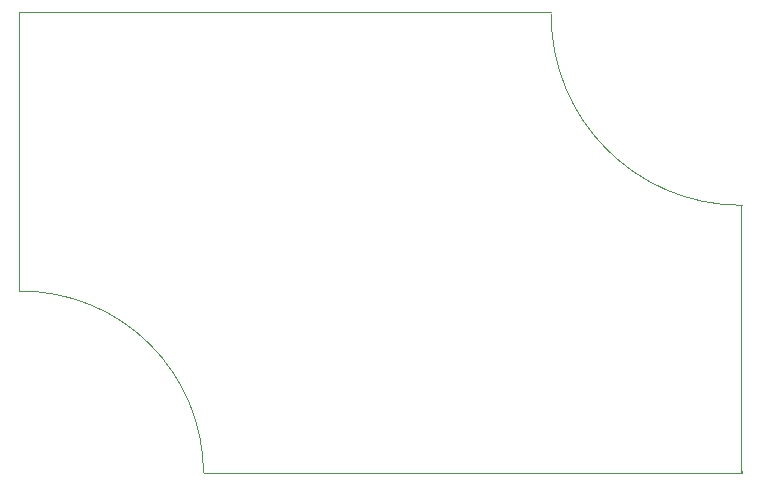
<source format=gbr>
G04 #@! TF.FileFunction,Profile,NP*
%FSLAX46Y46*%
G04 Gerber Fmt 4.6, Leading zero omitted, Abs format (unit mm)*
G04 Created by KiCad (PCBNEW 4.0.4-stable) date 01/28/17 21:45:27*
%MOMM*%
%LPD*%
G01*
G04 APERTURE LIST*
%ADD10C,0.100000*%
G04 APERTURE END LIST*
D10*
X169133520Y-150769320D02*
X169133520Y-150693120D01*
X123591320Y-150769320D02*
X169133520Y-150769320D01*
X107944920Y-111780320D02*
X107944920Y-135402320D01*
X123591320Y-150769320D02*
G75*
G03X108097320Y-135376920I-15443200J-50800D01*
G01*
X153029920Y-111780320D02*
X107944920Y-111780320D01*
X169133520Y-150769320D02*
X169133520Y-128112520D01*
X169184320Y-128112520D02*
X169184320Y-128087120D01*
X169006520Y-128112520D02*
X169184320Y-128112520D01*
X153029920Y-111907320D02*
G75*
G03X169031920Y-128112520I16103600J-101600D01*
G01*
X169148760Y-150764240D02*
X169148760Y-150571200D01*
M02*

</source>
